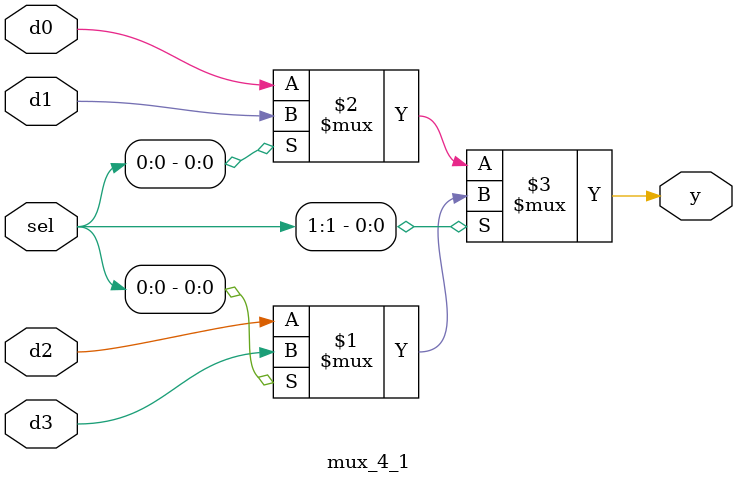
<source format=v>
module mux_4_1 (
    input d0, d1, d2, d3,
    input [1:0] sel,
    output y
);
    assign y = sel[1] ? (sel[0] ? d3 : d2) : (sel[0] ? d1 : d0);
endmodule

</source>
